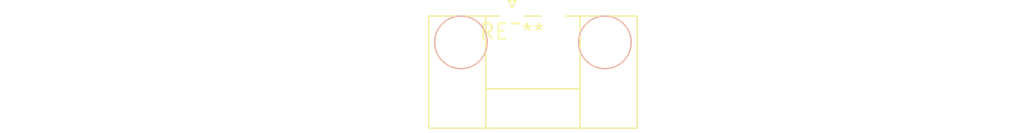
<source format=kicad_pcb>
(kicad_pcb (version 20240108) (generator pcbnew)
  (layers (0 "F.Cu" signal) (31 "B.Cu" signal) (34 "B.Paste" user) (35 "F.Paste" user) (36 "B.SilkS" user "B.Silkscreen") (37 "F.SilkS" user "F.Silkscreen") (38 "B.Mask" user) (39 "F.Mask" user) (44 "Edge.Cuts" user))
  (net 0 "")
  (footprint "PhoenixContact_MC_1,5_2-GF-3.5_1x02_P3.50mm_Horizontal_ThreadedFlange_MountHole" (layer "F.Cu") (at 0 0)
    (property "Reference" "REF**")
    (property "Value" "PhoenixContact_MC_1,5_2-GF-3.5_1x02_P3.50mm_Horizontal_ThreadedFlange_MountHole")
    (fp_circle (center -4.3 0.9) (end -2.09 0.9) (layer "B.SilkS") (stroke (width 0.12)) (fill none))
    (fp_circle (center 7.8 0.9) (end 10.01 0.9) (layer "B.SilkS") (stroke (width 0.12)) (fill none))
    (fp_line (start -7.01 -1.31) (end -7.01 8.11) (layer "F.SilkS") (stroke (width 0.12)))
    (fp_line (start -7.01 -1.31) (end -1.05 -1.31) (layer "F.SilkS") (stroke (width 0.12)))
    (fp_line (start -7.01 8.11) (end 10.51 8.11) (layer "F.SilkS") (stroke (width 0.12)))
    (fp_line (start -2.21 -1.31) (end -2.21 8.11) (layer "F.SilkS") (stroke (width 0.12)))
    (fp_line (start -2.21 4.8) (end 5.71 4.8) (layer "F.SilkS") (stroke (width 0.12)))
    (fp_line (start -0.3 -2.6) (end 0.3 -2.6) (layer "F.SilkS") (stroke (width 0.12)))
    (fp_line (start 0 -2) (end -0.3 -2.6) (layer "F.SilkS") (stroke (width 0.12)))
    (fp_line (start 0.3 -2.6) (end 0 -2) (layer "F.SilkS") (stroke (width 0.12)))
    (fp_line (start 1.05 -1.31) (end 2.45 -1.31) (layer "F.SilkS") (stroke (width 0.12)))
    (fp_line (start 5.71 -1.31) (end 5.71 8.11) (layer "F.SilkS") (stroke (width 0.12)))
    (fp_line (start 10.51 -1.31) (end 4.55 -1.31) (layer "F.SilkS") (stroke (width 0.12)))
    (fp_line (start 10.51 8.11) (end 10.51 -1.31) (layer "F.SilkS") (stroke (width 0.12)))
    (pad "" np_thru_hole circle (at -4.3 0.9) (size 2.4 2.4) (drill 2.4) (layers *.Cu *.Mask))
    (pad "" np_thru_hole circle (at 7.8 0.9) (size 2.4 2.4) (drill 2.4) (layers *.Cu *.Mask))
    (pad "1" thru_hole roundrect (at 0 0) (size 1.8 3.6) (drill 1.2) (layers *.Cu *.Mask) (remove_unused_layers) (roundrect_rratio 0.138889))
    (pad "2" thru_hole oval (at 3.5 0) (size 1.8 3.6) (drill 1.2) (layers *.Cu *.Mask) (remove_unused_layers))
  )
)
</source>
